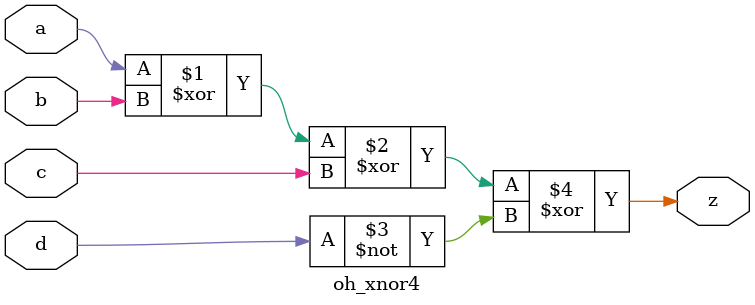
<source format=v>
module oh_xnor4(	// file.cleaned.mlir:2:3
  input  a,	// file.cleaned.mlir:2:26
         b,	// file.cleaned.mlir:2:38
         c,	// file.cleaned.mlir:2:50
         d,	// file.cleaned.mlir:2:62
  output z	// file.cleaned.mlir:2:75
);

  assign z = a ^ b ^ c ^ ~d;	// file.cleaned.mlir:4:10, :5:5
endmodule


</source>
